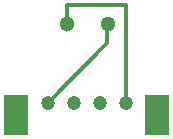
<source format=gtl>
G04 ---------------------------- Layer name :TOP LAYER*
G04 easyEDA 0.1*
G04 Scale: 100 percent, Rotated: No, Reflected: No *
G04 Dimensions in inches *
G04 leading zeros omitted , absolute positions ,2 integer and 4 * 
%FSLAX24Y24*%
%MOIN*%
G90*
G70D02*

%ADD11C,0.011810*%
%ADD12R,0.078740X0.137790*%
%ADD13C,0.047240*%
%ADD15C,0.051181*%

%LPD*%
G54D11*
G01X5255Y3757D02*
G01X5258Y4385D01*
G01X7226Y4385D01*
G01X7226Y1126D01*
G01X6610Y3755D02*
G01X6594Y3111D01*
G01X4615Y1132D01*
G54D12*
G01X3559Y715D03*
G54D13*
G01X4615Y1132D03*
G01X5484Y1130D03*
G01X6357Y1132D03*
G01X7226Y1126D03*
G54D12*
G01X8271Y715D03*
G54D15*
G01X6611Y3757D03*
G01X5255Y3748D03*
G54D12*
G01X3559Y715D03*
G54D13*
G01X4615Y1132D03*
G01X5484Y1130D03*
G01X6357Y1132D03*
G01X7226Y1126D03*
G54D12*
G01X8271Y715D03*
G54D15*
G01X6611Y3757D03*
G01X5255Y3748D03*

M00*
M02*
</source>
